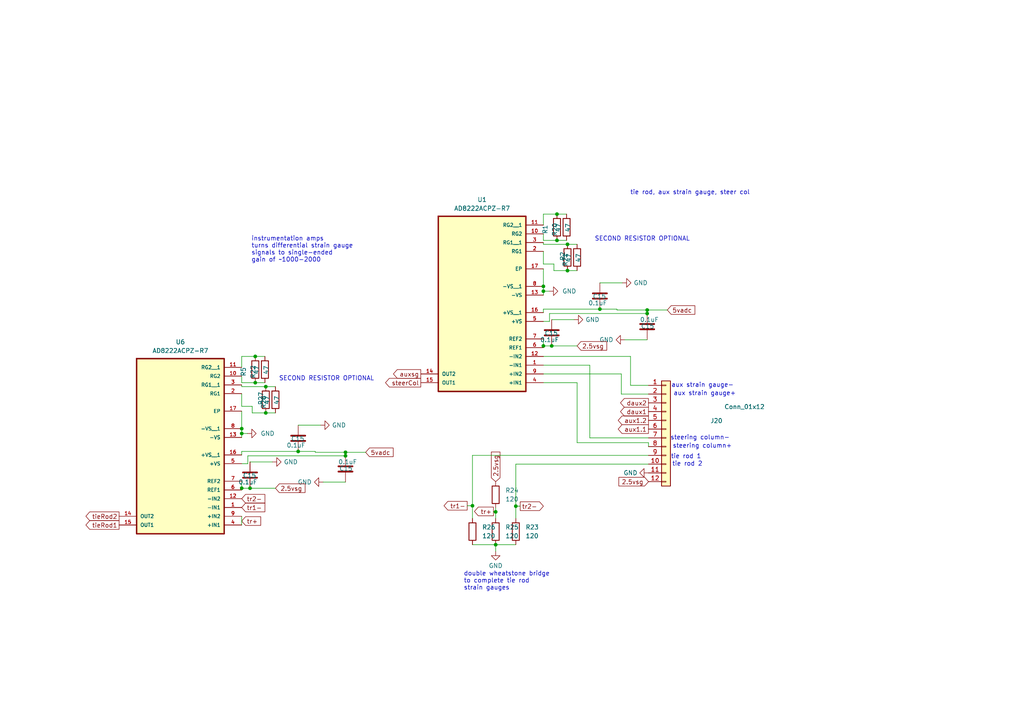
<source format=kicad_sch>
(kicad_sch (version 20230121) (generator eeschema)
  (paper "A4")
  (lib_symbols
    (symbol "Connector_Generic:Conn_01x12" (pin_names (offset 1.016) hide)
      (property "Reference" "J" (at 0 15.24 0))
      (property "Value" "Conn_01x12" (at 0 -17.78 0))
      (symbol "Conn_01x12_1_1"
        (rectangle (start -1.27 -15.113) (end 0 -15.367) (stroke (width 0.1524)))
        (rectangle (start -1.27 -12.573) (end 0 -12.827) (stroke (width 0.1524)))
        (rectangle (start -1.27 -10.033) (end 0 -10.287) (stroke (width 0.1524)))
        (rectangle (start -1.27 -7.493) (end 0 -7.747) (stroke (width 0.1524)))
        (rectangle (start -1.27 -4.953) (end 0 -5.207) (stroke (width 0.1524)))
        (rectangle (start -1.27 -2.413) (end 0 -2.667) (stroke (width 0.1524)))
        (rectangle (start -1.27 0.127) (end 0 -0.127) (stroke (width 0.1524)))
        (rectangle (start -1.27 2.667) (end 0 2.413) (stroke (width 0.1524)))
        (rectangle (start -1.27 5.207) (end 0 4.953) (stroke (width 0.1524)))
        (rectangle (start -1.27 7.747) (end 0 7.493) (stroke (width 0.1524)))
        (rectangle (start -1.27 10.287) (end 0 10.033) (stroke (width 0.1524)))
        (rectangle (start -1.27 12.827) (end 0 12.573) (stroke (width 0.1524)))
        (rectangle (start -1.27 13.97) (end 1.27 -16.51) (stroke (width 0.254)) (fill (type background)))
        (pin passive line (at -5.08 12.7 0) (length 3.81) (name "Pin_1") (number "1"))
        (pin passive line (at -5.08 -10.16 0) (length 3.81) (name "Pin_10") (number "10"))
        (pin passive line (at -5.08 -12.7 0) (length 3.81) (name "Pin_11") (number "11"))
        (pin passive line (at -5.08 -15.24 0) (length 3.81) (name "Pin_12") (number "12"))
        (pin passive line (at -5.08 10.16 0) (length 3.81) (name "Pin_2") (number "2"))
        (pin passive line (at -5.08 7.62 0) (length 3.81) (name "Pin_3") (number "3"))
        (pin passive line (at -5.08 5.08 0) (length 3.81) (name "Pin_4") (number "4"))
        (pin passive line (at -5.08 2.54 0) (length 3.81) (name "Pin_5") (number "5"))
        (pin passive line (at -5.08 0 0) (length 3.81) (name "Pin_6") (number "6"))
        (pin passive line (at -5.08 -2.54 0) (length 3.81) (name "Pin_7") (number "7"))
        (pin passive line (at -5.08 -5.08 0) (length 3.81) (name "Pin_8") (number "8"))
        (pin passive line (at -5.08 -7.62 0) (length 3.81) (name "Pin_9") (number "9"))
      )
    )
    (symbol "Device:C" (pin_numbers hide) (pin_names (offset 0.254))
      (property "Reference" "C" (at 0.635 2.54 0))
      (property "Value" "C" (at 0.635 -2.54 0))
      (symbol "C_0_1"
        (polyline (pts (xy -2.032 -0.762) (xy 2.032 -0.762)) (stroke (width 0.508)))
        (polyline (pts (xy -2.032 0.762) (xy 2.032 0.762)) (stroke (width 0.508)))
      )
      (symbol "C_1_1"
        (pin passive line (at 0 3.81 270) (length 2.794) (name "~") (number "1"))
        (pin passive line (at 0 -3.81 90) (length 2.794) (name "~") (number "2"))
      )
    )
    (symbol "Device:R" (pin_numbers hide) (pin_names (offset 0))
      (property "Reference" "R" (at 2.032 0 90))
      (property "Value" "R" (at 0 0 90))
      (symbol "R_0_1"
        (rectangle (start -1.016 -2.54) (end 1.016 2.54) (stroke (width 0.254)))
      )
      (symbol "R_1_1"
        (pin passive line (at 0 3.81 270) (length 1.27) (name "~") (number "1"))
        (pin passive line (at 0 -3.81 90) (length 1.27) (name "~") (number "2"))
      )
    )
    (symbol "mainbox:AD8222ACPZ-R7" (pin_names (offset 1.016))
      (property "Reference" "U" (at -12.7 21.32 0))
      (property "Value" "AD8222ACPZ-R7" (at -12.7 -34.48 0))
      (symbol "AD8222ACPZ-R7_0_0"
        (rectangle (start -12.7 -30.48) (end 12.7 20.32) (stroke (width 0.41)) (fill (type background)))
        (pin input line (at -17.78 12.7 0) (length 5.08) (name "-IN1") (number "1"))
        (pin bidirectional line (at -17.78 -25.4 0) (length 5.08) (name "RG2") (number "10"))
        (pin bidirectional line (at -17.78 -27.94 0) (length 5.08) (name "RG2__1") (number "11"))
        (pin input line (at -17.78 10.16 0) (length 5.08) (name "-IN2") (number "12"))
        (pin bidirectional line (at -17.78 -7.62 0) (length 5.08) (name "-VS") (number "13"))
        (pin output line (at 17.78 15.24 180) (length 5.08) (name "OUT2") (number "14"))
        (pin output line (at 17.78 17.78 180) (length 5.08) (name "OUT1") (number "15"))
        (pin bidirectional line (at -17.78 -2.54 0) (length 5.08) (name "+VS__1") (number "16"))
        (pin bidirectional line (at -17.78 -15.24 0) (length 5.08) (name "EP") (number "17"))
        (pin bidirectional line (at -17.78 -20.32 0) (length 5.08) (name "RG1") (number "2"))
        (pin bidirectional line (at -17.78 -22.86 0) (length 5.08) (name "RG1__1") (number "3"))
        (pin input line (at -17.78 17.78 0) (length 5.08) (name "+IN1") (number "4"))
        (pin bidirectional line (at -17.78 0 0) (length 5.08) (name "+VS") (number "5"))
        (pin input line (at -17.78 7.62 0) (length 5.08) (name "REF1") (number "6"))
        (pin input line (at -17.78 5.08 0) (length 5.08) (name "REF2") (number "7"))
        (pin bidirectional line (at -17.78 -10.16 0) (length 5.08) (name "-VS__1") (number "8"))
        (pin input line (at -17.78 15.24 0) (length 5.08) (name "+IN2") (number "9"))
      )
    )
    (symbol "power:GND" (power) (pin_names (offset 0))
      (property "Value" "GND" (at 0 -3.81 0))
      (symbol "GND_0_1"
        (polyline (pts (xy 0 0) (xy 0 -1.27) (xy 1.27 -1.27) (xy 0 -2.54) (xy -1.27 -1.27) (xy 0 -1.27)))
      )
      (symbol "GND_1_1"
        (pin power_in line (at 0 0 270) (length 0) hide (name "GND") (number "1"))
      )
    )
  )
  (junction (at 74.041 110.998))
  (junction (at 86.487 130.937))
  (junction (at 157.607 83.058))
  (junction (at 149.606 146.812))
  (junction (at 157.607 100.33))
  (junction (at 173.99 89.662))
  (junction (at 161.544 62.103))
  (junction (at 70.104 141.605))
  (junction (at 164.592 70.866))
  (junction (at 187.706 89.916))
  (junction (at 160.02 100.33))
  (junction (at 143.764 157.988))
  (junction (at 143.764 148.463))
  (junction (at 137.033 146.685))
  (junction (at 70.104 124.333))
  (junction (at 161.544 69.723))
  (junction (at 74.041 103.378))
  (junction (at 100.203 131.191))
  (junction (at 70.104 125.73))
  (junction (at 164.592 78.486))
  (junction (at 157.607 84.455))
  (junction (at 72.517 141.605))
  (junction (at 77.089 112.141))
  (junction (at 187.706 90.932))
  (junction (at 77.089 119.761))
  (junction (at 100.203 132.207))
  (wire (pts (xy 157.607 108.458) (xy 180.213 108.458)))
  (wire (pts (xy 100.203 131.191) (xy 91.44 131.191)))
  (wire (pts (xy 157.607 70.866) (xy 164.592 70.866)))
  (wire (pts (xy 171.069 105.918) (xy 171.069 127)))
  (wire (pts (xy 167.386 128.397) (xy 188.087 128.397)))
  (wire (pts (xy 70.104 112.141) (xy 70.104 111.633)))
  (wire (pts (xy 157.607 65.278) (xy 157.607 62.103)))
  (wire (pts (xy 73.152 117.856) (xy 70.104 117.856)))
  (wire (pts (xy 70.104 139.573) (xy 70.104 141.605)))
  (wire (pts (xy 106.045 131.191) (xy 100.203 131.191)))
  (wire (pts (xy 137.033 157.988) (xy 143.764 157.988)))
  (wire (pts (xy 70.104 125.73) (xy 70.104 126.873)))
  (wire (pts (xy 73.152 119.761) (xy 77.089 119.761)))
  (wire (pts (xy 160.655 76.581) (xy 157.607 76.581)))
  (wire (pts (xy 70.104 103.378) (xy 74.041 103.378)))
  (wire (pts (xy 164.592 78.486) (xy 167.386 78.486)))
  (wire (pts (xy 187.706 89.916) (xy 187.706 90.932)))
  (wire (pts (xy 143.764 157.988) (xy 149.606 157.988)))
  (wire (pts (xy 91.44 131.191) (xy 91.44 130.937)))
  (wire (pts (xy 180.213 108.458) (xy 180.213 114.3)))
  (wire (pts (xy 188.087 132.08) (xy 137.033 132.08)))
  (wire (pts (xy 160.02 92.71) (xy 166.497 92.71)))
  (wire (pts (xy 161.544 62.103) (xy 164.338 62.103)))
  (wire (pts (xy 173.99 89.662) (xy 157.607 89.662)))
  (wire (pts (xy 157.607 77.978) (xy 157.607 83.058)))
  (wire (pts (xy 70.104 130.937) (xy 70.104 131.953)))
  (wire (pts (xy 157.607 103.378) (xy 182.88 103.378)))
  (wire (pts (xy 70.104 119.253) (xy 70.104 124.333)))
  (wire (pts (xy 143.764 148.463) (xy 143.764 150.368)))
  (wire (pts (xy 77.089 112.141) (xy 79.883 112.141)))
  (wire (pts (xy 74.041 103.378) (xy 76.835 103.378)))
  (wire (pts (xy 72.517 141.605) (xy 70.104 141.605)))
  (wire (pts (xy 187.706 89.916) (xy 178.943 89.916)))
  (wire (pts (xy 157.607 93.218) (xy 159.385 93.218)))
  (wire (pts (xy 157.607 69.723) (xy 161.544 69.723)))
  (wire (pts (xy 178.943 89.916) (xy 178.943 89.662)))
  (wire (pts (xy 159.385 90.932) (xy 159.385 93.218)))
  (wire (pts (xy 70.104 110.998) (xy 74.041 110.998)))
  (wire (pts (xy 143.129 148.336) (xy 143.129 148.463)))
  (wire (pts (xy 167.386 110.998) (xy 167.386 128.397)))
  (wire (pts (xy 157.607 84.455) (xy 157.607 83.058)))
  (wire (pts (xy 70.104 106.553) (xy 70.104 103.378)))
  (wire (pts (xy 180.213 114.3) (xy 188.087 114.3)))
  (wire (pts (xy 182.88 111.76) (xy 188.087 111.76)))
  (wire (pts (xy 160.02 100.33) (xy 167.386 100.33)))
  (wire (pts (xy 70.104 141.605) (xy 70.104 142.113)))
  (wire (pts (xy 135.509 146.685) (xy 137.033 146.685)))
  (wire (pts (xy 70.104 134.493) (xy 71.882 134.493)))
  (wire (pts (xy 86.487 123.317) (xy 92.964 123.317)))
  (wire (pts (xy 100.203 131.191) (xy 100.203 132.207)))
  (wire (pts (xy 70.104 117.856) (xy 70.104 114.173)))
  (wire (pts (xy 77.089 119.761) (xy 79.883 119.761)))
  (wire (pts (xy 74.041 110.998) (xy 76.835 110.998)))
  (wire (pts (xy 160.655 76.581) (xy 160.655 78.486)))
  (wire (pts (xy 159.258 84.455) (xy 157.607 84.455)))
  (wire (pts (xy 178.943 89.662) (xy 173.99 89.662)))
  (wire (pts (xy 157.607 67.818) (xy 157.607 69.723)))
  (wire (pts (xy 143.764 147.32) (xy 143.764 148.463)))
  (wire (pts (xy 143.764 157.988) (xy 143.764 159.893)))
  (wire (pts (xy 157.607 100.33) (xy 157.607 100.838)))
  (wire (pts (xy 157.607 98.298) (xy 157.607 100.33)))
  (wire (pts (xy 72.517 133.985) (xy 78.994 133.985)))
  (wire (pts (xy 72.517 141.605) (xy 79.883 141.605)))
  (wire (pts (xy 157.607 62.103) (xy 161.544 62.103)))
  (wire (pts (xy 149.606 146.812) (xy 149.606 150.368)))
  (wire (pts (xy 164.592 70.866) (xy 167.386 70.866)))
  (wire (pts (xy 71.882 132.207) (xy 71.882 134.493)))
  (wire (pts (xy 157.607 70.866) (xy 157.607 70.358)))
  (wire (pts (xy 143.129 148.463) (xy 143.764 148.463)))
  (wire (pts (xy 73.152 117.856) (xy 73.152 119.761)))
  (wire (pts (xy 70.104 109.093) (xy 70.104 110.998)))
  (wire (pts (xy 91.44 130.937) (xy 86.487 130.937)))
  (wire (pts (xy 137.033 132.08) (xy 137.033 146.685)))
  (wire (pts (xy 71.882 132.207) (xy 100.203 132.207)))
  (wire (pts (xy 188.087 127) (xy 171.069 127)))
  (wire (pts (xy 188.087 134.62) (xy 149.606 134.62)))
  (wire (pts (xy 157.607 89.662) (xy 157.607 90.678)))
  (wire (pts (xy 167.386 110.998) (xy 157.607 110.998)))
  (wire (pts (xy 182.88 103.378) (xy 182.88 111.76)))
  (wire (pts (xy 181.229 98.552) (xy 187.706 98.552)))
  (wire (pts (xy 193.548 89.916) (xy 187.706 89.916)))
  (wire (pts (xy 171.069 105.918) (xy 157.607 105.918)))
  (wire (pts (xy 160.02 100.33) (xy 157.607 100.33)))
  (wire (pts (xy 160.655 78.486) (xy 164.592 78.486)))
  (wire (pts (xy 71.755 125.73) (xy 70.104 125.73)))
  (wire (pts (xy 70.104 125.73) (xy 70.104 124.333)))
  (wire (pts (xy 161.544 69.723) (xy 164.338 69.723)))
  (wire (pts (xy 159.385 90.932) (xy 187.706 90.932)))
  (wire (pts (xy 86.487 130.937) (xy 70.104 130.937)))
  (wire (pts (xy 149.606 134.62) (xy 149.606 146.812)))
  (wire (pts (xy 173.99 82.042) (xy 180.467 82.042)))
  (wire (pts (xy 93.726 139.827) (xy 100.203 139.827)))
  (wire (pts (xy 188.087 128.397) (xy 188.087 129.54)))
  (wire (pts (xy 157.607 84.455) (xy 157.607 85.598)))
  (wire (pts (xy 70.104 149.733) (xy 70.104 152.273)))
  (wire (pts (xy 137.033 146.685) (xy 137.033 150.368)))
  (wire (pts (xy 70.104 112.141) (xy 77.089 112.141)))
  (wire (pts (xy 157.607 76.581) (xy 157.607 72.898)))
  (wire (pts (xy 150.876 146.812) (xy 149.606 146.812)))
  (text "aux strain gauge+" (at 195.326 114.935 0) (effects (font (size 1.27 1.27)) (justify left bottom)))
  (text "SECOND RESISTOR OPTIONAL" (at 80.899 110.617 0) (effects (font (size 1.27 1.27)) (justify left bottom)))
  (text "tie rod 1" (at 194.564 133.223 0) (effects (font (size 1.27 1.27)) (justify left bottom)))
  (text "steering column+" (at 195.072 130.175 0) (effects (font (size 1.27 1.27)) (justify left bottom)))
  (text "double wheatstone bridge\nto complete tie rod\nstrain gauges" (at 134.493 171.323 0) (effects (font (size 1.27 1.27)) (justify left bottom)))
  (text "instrumentation amps\nturns differential strain gauge\nsignals to single-ended\ngain of ~1000-2000" (at 72.898 76.2 0) (effects (font (size 1.27 1.27)) (justify left bottom)))
  (text "SECOND RESISTOR OPTIONAL" (at 172.466 70.104 0) (effects (font (size 1.27 1.27)) (justify left bottom)))
  (text "tie rod 2" (at 194.945 135.382 0) (effects (font (size 1.27 1.27)) (justify left bottom)))
  (text "aux strain gauge-" (at 194.691 112.522 0) (effects (font (size 1.27 1.27)) (justify left bottom)))
  (text "tie rod, aux strain gauge, steer col" (at 182.753 56.642 0) (effects (font (size 1.27 1.27)) (justify left bottom)))
  (text "steering column-" (at 194.437 127.762 0) (effects (font (size 1.27 1.27)) (justify left bottom)))
  (global_label "tr1-" (shape input) (at 70.104 147.193 0) (property "Intersheetrefs" "${INTERSHEET_REFS}" (effects hide)))
  (global_label "tr+" (shape output) (at 143.129 148.336 180) (property "Intersheetrefs" "${INTERSHEET_REFS}" (effects hide)))
  (global_label "tr+" (shape input) (at 70.104 151.13 0) (property "Intersheetrefs" "${INTERSHEET_REFS}" (effects hide)))
  (global_label "daux1" (shape output) (at 188.087 119.38 180) (property "Intersheetrefs" "${INTERSHEET_REFS}" (effects hide)))
  (global_label "tr2-" (shape output) (at 150.876 146.812 0) (property "Intersheetrefs" "${INTERSHEET_REFS}" (effects hide)))
  (global_label "tieRod2" (shape output) (at 34.544 149.733 180) (property "Intersheetrefs" "${INTERSHEET_REFS}" (effects hide)))
  (global_label "aux1.1" (shape output) (at 188.087 124.46 180) (property "Intersheetrefs" "${INTERSHEET_REFS}" (effects hide)))
  (global_label "tr1-" (shape output) (at 135.509 146.685 180) (property "Intersheetrefs" "${INTERSHEET_REFS}" (effects hide)))
  (global_label "5vadc" (shape input) (at 193.548 89.916 0) (property "Intersheetrefs" "${INTERSHEET_REFS}" (effects hide)))
  (global_label "2.5vsg" (shape input) (at 167.386 100.33 0) (property "Intersheetrefs" "${INTERSHEET_REFS}" (effects hide)))
  (global_label "daux2" (shape output) (at 188.087 116.84 180) (property "Intersheetrefs" "${INTERSHEET_REFS}" (effects hide)))
  (global_label "tieRod1" (shape output) (at 34.544 152.273 180) (property "Intersheetrefs" "${INTERSHEET_REFS}" (effects hide)))
  (global_label "2.5vsg" (shape input) (at 143.764 139.7 90) (property "Intersheetrefs" "${INTERSHEET_REFS}" (effects hide)))
  (global_label "2.5vsg" (shape input) (at 79.883 141.605 0) (property "Intersheetrefs" "${INTERSHEET_REFS}" (effects hide)))
  (global_label "tr2-" (shape input) (at 70.104 144.653 0) (property "Intersheetrefs" "${INTERSHEET_REFS}" (effects hide)))
  (global_label "aux1.2" (shape output) (at 188.087 121.92 180) (property "Intersheetrefs" "${INTERSHEET_REFS}" (effects hide)))
  (global_label "2.5vsg" (shape input) (at 188.087 139.7 180) (property "Intersheetrefs" "${INTERSHEET_REFS}" (effects hide)))
  (global_label "auxsg" (shape output) (at 122.047 108.458 180) (property "Intersheetrefs" "${INTERSHEET_REFS}" (effects hide)))
  (global_label "5vadc" (shape input) (at 106.045 131.191 0) (property "Intersheetrefs" "${INTERSHEET_REFS}" (effects hide)))
  (global_label "steerCol" (shape output) (at 122.047 110.998 180) (property "Intersheetrefs" "${INTERSHEET_REFS}" (effects hide)))
  (symbol (lib_id "Device:C") (at 160.02 96.52 180) (unit 1)
    (property "Reference" "C15" (at 159.893 96.647 0))
    (property "Value" "0.1uF" (at 159.385 98.552 0))
    (property "Footprint" "Capacitor_SMD:C_0603_1608Metric" (effects hide))
    (instances (project "AD7768_breakout" (path "" (reference "C15") (unit 1))) (project "mainbox_baclup" (path "" (reference "C2") (unit 1)) (path "" (reference "C28") (unit 1))))
  )
  (symbol (lib_id "power:GND") (at 143.764 159.893 0) (unit 1)
    (property "Reference" "#PWR016" (effects hide))
    (property "Value" "GND" (at 143.764 164.084 0))
    (instances (project "AD7768_breakout" (path "" (reference "#PWR016") (unit 1))) (project "mainbox_baclup" (path "" (reference "#PWR05") (unit 1)) (path "" (reference "#PWR020") (unit 1))))
  )
  (symbol (lib_id "mainbox:AD8222ACPZ-R7") (at 52.324 134.493 180) (unit 1)
    (property "Reference" "U6" (at 52.324 99.187 0))
    (property "Value" "AD8222ACPZ-R7" (at 52.324 101.727 0))
    (property "Footprint" "mainboxfp:QFN65P400X400X80-17N" (effects hide))
  )
  (symbol (lib_id "Device:R") (at 149.606 154.178 0) (unit 1)
    (property "Reference" "R23" (at 152.4 152.908 0) (effects (justify left)))
    (property "Value" "120" (at 152.4 155.448 0) (effects (justify left)))
    (property "Footprint" "Resistor_SMD:R_0603_1608Metric" (effects hide))
  )
  (symbol (lib_id "power:GND") (at 93.726 139.827 270) (unit 1)
    (property "Reference" "#PWR016" (effects hide))
    (property "Value" "GND" (at 90.424 139.827 90) (effects (justify right)))
    (instances (project "AD7768_breakout" (path "" (reference "#PWR016") (unit 1))) (project "mainbox_baclup" (path "" (reference "#PWR05") (unit 1)) (path "" (reference "#PWR044") (unit 1))))
  )
  (symbol (lib_id "Device:R") (at 164.338 65.913 180) (unit 1)
    (property "Reference" "R20" (at 160.909 66.548 90))
    (property "Value" "47" (at 164.719 66.04 90))
    (property "Footprint" "Resistor_SMD:R_0603_1608Metric" (effects hide))
  )
  (symbol (lib_id "Connector_Generic:Conn_01x12") (at 193.167 124.46 0) (unit 1)
    (property "Reference" "J20" (at 205.994 122.047 0) (effects (justify left)))
    (property "Value" "Conn_01x12" (at 210.058 117.983 0) (effects (justify left)))
    (property "Footprint" "peripheralio:SMD_picoblade_hori_1x12" (effects hide))
    (instances (project "mainbox_baclup" (path "" (reference "J20") (unit 1))) (project "peripheral_io_main" (path "" (reference "J12") (unit 1))))
  )
  (symbol (lib_id "power:GND") (at 159.258 84.455 90) (unit 1)
    (property "Reference" "#PWR011" (effects hide))
    (property "Value" "GND" (at 163.068 84.455 90) (effects (justify right)))
  )
  (symbol (lib_id "Device:C") (at 72.517 137.795 180) (unit 1)
    (property "Reference" "C15" (at 72.39 137.922 0))
    (property "Value" "0.1uF" (at 71.882 139.827 0))
    (property "Footprint" "Capacitor_SMD:C_0603_1608Metric" (effects hide))
    (instances (project "AD7768_breakout" (path "" (reference "C15") (unit 1))) (project "mainbox_baclup" (path "" (reference "C2") (unit 1)) (path "" (reference "C34") (unit 1))))
  )
  (symbol (lib_id "Device:R") (at 167.386 74.676 180) (unit 1)
    (property "Reference" "R21" (at 163.957 75.311 90))
    (property "Value" "47" (at 167.767 74.803 90))
    (property "Footprint" "Resistor_SMD:R_0603_1608Metric" (effects hide))
  )
  (symbol (lib_id "power:GND") (at 180.467 82.042 90) (unit 1)
    (property "Reference" "#PWR016" (effects hide))
    (property "Value" "GND" (at 183.769 82.042 90) (effects (justify right)))
    (instances (project "AD7768_breakout" (path "" (reference "#PWR016") (unit 1))) (project "mainbox_baclup" (path "" (reference "#PWR05") (unit 1)) (path "" (reference "#PWR041") (unit 1))))
  )
  (symbol (lib_id "power:GND") (at 188.087 137.16 270) (unit 1)
    (property "Reference" "#PWR01" (effects hide))
    (property "Value" "GND" (at 184.912 137.16 90) (effects (justify right)))
  )
  (symbol (lib_id "Device:R") (at 143.764 154.178 0) (unit 1)
    (property "Reference" "R25" (at 146.558 152.908 0) (effects (justify left)))
    (property "Value" "120" (at 146.558 155.448 0) (effects (justify left)))
    (property "Footprint" "Resistor_SMD:R_0603_1608Metric" (effects hide))
  )
  (symbol (lib_id "Device:R") (at 79.883 115.951 180) (unit 1)
    (property "Reference" "R28" (at 76.454 116.586 90))
    (property "Value" "47" (at 80.264 116.078 90))
    (property "Footprint" "Resistor_SMD:R_0603_1608Metric" (effects hide))
  )
  (symbol (lib_id "Device:R") (at 74.041 107.188 180) (unit 1)
    (property "Reference" "R5" (at 70.612 107.823 90))
    (property "Value" "47" (at 74.422 107.315 90))
    (property "Footprint" "Resistor_SMD:R_0603_1608Metric" (effects hide))
  )
  (symbol (lib_id "Device:R") (at 143.764 143.51 0) (unit 1)
    (property "Reference" "R24" (at 146.558 142.24 0) (effects (justify left)))
    (property "Value" "120" (at 146.558 144.78 0) (effects (justify left)))
    (property "Footprint" "Resistor_SMD:R_0603_1608Metric" (effects hide))
  )
  (symbol (lib_id "power:GND") (at 78.994 133.985 90) (unit 1)
    (property "Reference" "#PWR016" (effects hide))
    (property "Value" "GND" (at 82.296 133.985 90) (effects (justify right)))
    (instances (project "AD7768_breakout" (path "" (reference "#PWR016") (unit 1))) (project "mainbox_baclup" (path "" (reference "#PWR05") (unit 1)) (path "" (reference "#PWR039") (unit 1))))
  )
  (symbol (lib_id "Device:R") (at 164.592 74.676 180) (unit 1)
    (property "Reference" "R2" (at 163.195 74.295 90))
    (property "Value" "47" (at 164.973 74.803 90))
    (property "Footprint" "Resistor_SMD:R_0603_1608Metric" (effects hide))
  )
  (symbol (lib_id "Device:C") (at 86.487 127.127 180) (unit 1)
    (property "Reference" "C15" (at 86.36 127.254 0))
    (property "Value" "0.1uF" (at 85.852 129.159 0))
    (property "Footprint" "Capacitor_SMD:C_0603_1608Metric" (effects hide))
    (instances (project "AD7768_breakout" (path "" (reference "C15") (unit 1))) (project "mainbox_baclup" (path "" (reference "C2") (unit 1)) (path "" (reference "C35") (unit 1))))
  )
  (symbol (lib_id "Device:C") (at 100.203 136.017 0) (unit 1)
    (property "Reference" "C15" (at 100.33 135.89 0))
    (property "Value" "0.1uF" (at 100.838 133.985 0))
    (property "Footprint" "Capacitor_SMD:C_0603_1608Metric" (effects hide))
    (instances (project "AD7768_breakout" (path "" (reference "C15") (unit 1))) (project "mainbox_baclup" (path "" (reference "C2") (unit 1)) (path "" (reference "C36") (unit 1))))
  )
  (symbol (lib_id "power:GND") (at 166.497 92.71 90) (unit 1)
    (property "Reference" "#PWR016" (effects hide))
    (property "Value" "GND" (at 169.799 92.71 90) (effects (justify right)))
    (instances (project "AD7768_breakout" (path "" (reference "#PWR016") (unit 1))) (project "mainbox_baclup" (path "" (reference "#PWR05") (unit 1)) (path "" (reference "#PWR040") (unit 1))))
  )
  (symbol (lib_id "Device:C") (at 187.706 94.742 0) (unit 1)
    (property "Reference" "C15" (at 187.833 94.615 0))
    (property "Value" "0.1uF" (at 188.341 92.71 0))
    (property "Footprint" "Capacitor_SMD:C_0603_1608Metric" (effects hide))
    (instances (project "AD7768_breakout" (path "" (reference "C15") (unit 1))) (project "mainbox_baclup" (path "" (reference "C2") (unit 1)) (path "" (reference "C32") (unit 1))))
  )
  (symbol (lib_id "power:GND") (at 181.229 98.552 270) (unit 1)
    (property "Reference" "#PWR016" (effects hide))
    (property "Value" "GND" (at 177.927 98.552 90) (effects (justify right)))
    (instances (project "AD7768_breakout" (path "" (reference "#PWR016") (unit 1))) (project "mainbox_baclup" (path "" (reference "#PWR05") (unit 1)) (path "" (reference "#PWR042") (unit 1))))
  )
  (symbol (lib_id "mainbox:AD8222ACPZ-R7") (at 139.827 93.218 180) (unit 1)
    (property "Reference" "U1" (at 139.827 57.912 0))
    (property "Value" "AD8222ACPZ-R7" (at 139.827 60.452 0))
    (property "Footprint" "mainboxfp:QFN65P400X400X80-17N" (effects hide))
  )
  (symbol (lib_id "power:GND") (at 92.964 123.317 90) (unit 1)
    (property "Reference" "#PWR016" (effects hide))
    (property "Value" "GND" (at 96.266 123.317 90) (effects (justify right)))
    (instances (project "AD7768_breakout" (path "" (reference "#PWR016") (unit 1))) (project "mainbox_baclup" (path "" (reference "#PWR05") (unit 1)) (path "" (reference "#PWR043") (unit 1))))
  )
  (symbol (lib_id "power:GND") (at 71.755 125.73 90) (unit 1)
    (property "Reference" "#PWR036" (effects hide))
    (property "Value" "GND" (at 75.565 125.73 90) (effects (justify right)))
  )
  (symbol (lib_id "Device:C") (at 173.99 85.852 180) (unit 1)
    (property "Reference" "C15" (at 173.863 85.979 0))
    (property "Value" "0.1uF" (at 173.355 87.884 0))
    (property "Footprint" "Capacitor_SMD:C_0603_1608Metric" (effects hide))
    (instances (project "AD7768_breakout" (path "" (reference "C15") (unit 1))) (project "mainbox_baclup" (path "" (reference "C2") (unit 1)) (path "" (reference "C30") (unit 1))))
  )
  (symbol (lib_id "Device:R") (at 76.835 107.188 180) (unit 1)
    (property "Reference" "R22" (at 73.406 107.823 90))
    (property "Value" "47" (at 77.216 107.315 90))
    (property "Footprint" "Resistor_SMD:R_0603_1608Metric" (effects hide))
  )
  (symbol (lib_id "Device:R") (at 161.544 65.913 180) (unit 1)
    (property "Reference" "R1" (at 158.115 66.548 90))
    (property "Value" "47" (at 161.925 66.04 90))
    (property "Footprint" "Resistor_SMD:R_0603_1608Metric" (effects hide))
  )
  (symbol (lib_id "Device:R") (at 77.089 115.951 180) (unit 1)
    (property "Reference" "R27" (at 75.692 115.57 90))
    (property "Value" "47" (at 77.47 116.078 90))
    (property "Footprint" "Resistor_SMD:R_0603_1608Metric" (effects hide))
  )
  (symbol (lib_id "Device:R") (at 137.033 154.178 0) (unit 1)
    (property "Reference" "R26" (at 139.827 152.908 0) (effects (justify left)))
    (property "Value" "120" (at 139.827 155.448 0) (effects (justify left)))
    (property "Footprint" "Resistor_SMD:R_0603_1608Metric" (effects hide))
  )
)
</source>
